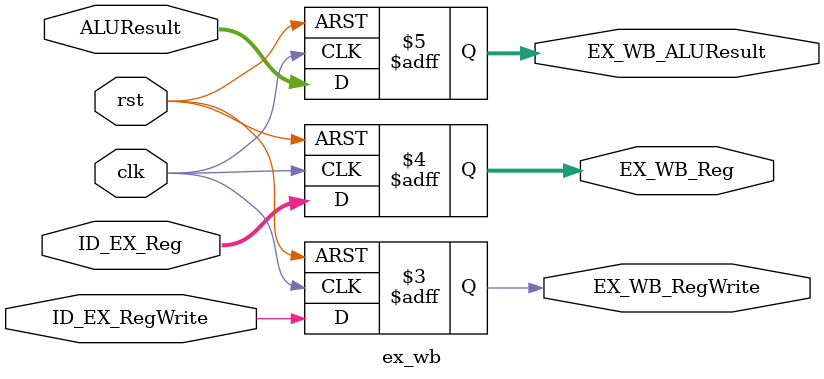
<source format=v>
`timescale 1ns / 1ps

module ex_wb(
   input clk,
    input rst,
    input ID_EX_RegWrite,
    input [2:0] ID_EX_Reg,
    input [7:0] ALUResult,
    output reg EX_WB_RegWrite,
    output reg [2:0] EX_WB_Reg,
    output reg [7:0] EX_WB_ALUResult
    );
    
    always @(posedge clk, negedge rst) begin
        if (rst == 0) begin
           EX_WB_RegWrite <= 0;
           EX_WB_Reg <= 0;
           EX_WB_ALUResult <= 0;
        end
        else begin
            EX_WB_RegWrite <= ID_EX_RegWrite;
            EX_WB_Reg <= ID_EX_Reg;
            EX_WB_ALUResult <= ALUResult;
        end
    end
endmodule

</source>
